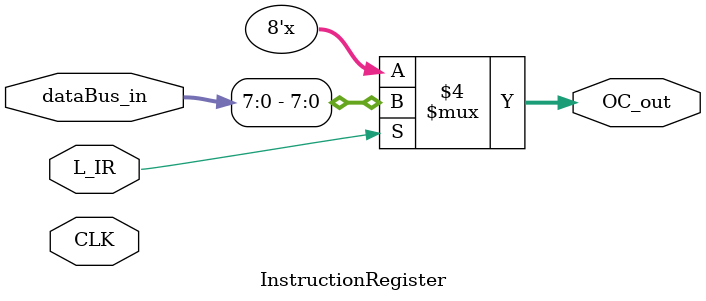
<source format=v>
`timescale 1ns / 1ps

module InstructionRegister(
    input             CLK,
    input             L_IR,
    input       [15:0] dataBus_in,
    output reg  [7:0] OC_out
    );
    initial 
        OC_out = 8'h00;
    always @(*)
    begin
        if(L_IR)
            OC_out = dataBus_in[7:0];
    end
endmodule

</source>
